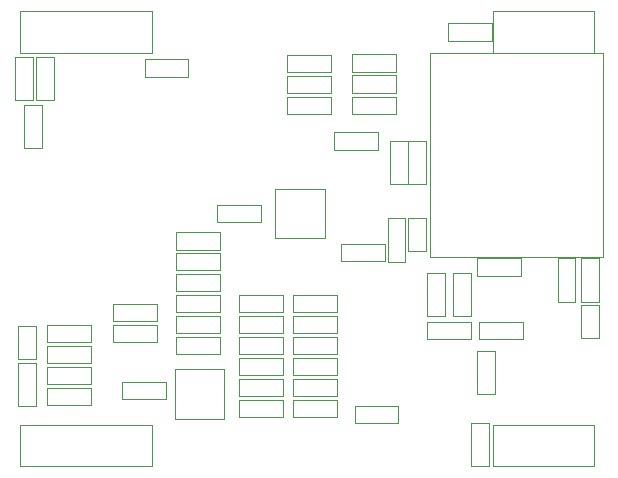
<source format=gbr>
G04 #@! TF.FileFunction,Other,User*
%FSLAX46Y46*%
G04 Gerber Fmt 4.6, Leading zero omitted, Abs format (unit mm)*
G04 Created by KiCad (PCBNEW 4.0.2+dfsg1-stable) date mån 26 dec 2016 15:24:11*
%MOMM*%
G01*
G04 APERTURE LIST*
%ADD10C,0.100000*%
%ADD11C,0.050000*%
G04 APERTURE END LIST*
D10*
D11*
X180078000Y-106519000D02*
X165478000Y-106519000D01*
X165478000Y-89269000D02*
X180078000Y-89269000D01*
X180078000Y-106519000D02*
X180078000Y-89269000D01*
X165478000Y-106519000D02*
X165478000Y-89269000D01*
X143823000Y-116060800D02*
X143823000Y-120260800D01*
X148023000Y-116060800D02*
X148023000Y-120260800D01*
X143823000Y-116060800D02*
X148023000Y-116060800D01*
X143823000Y-120260800D02*
X148023000Y-120260800D01*
X152332000Y-100770000D02*
X152332000Y-104970000D01*
X156532000Y-100770000D02*
X156532000Y-104970000D01*
X152332000Y-100770000D02*
X156532000Y-100770000D01*
X152332000Y-104970000D02*
X156532000Y-104970000D01*
X163588000Y-103248000D02*
X165088000Y-103248000D01*
X165088000Y-103248000D02*
X165088000Y-106048000D01*
X165088000Y-106048000D02*
X163588000Y-106048000D01*
X163588000Y-106048000D02*
X163588000Y-103248000D01*
X179750000Y-113400000D02*
X178250000Y-113400000D01*
X178250000Y-113400000D02*
X178250000Y-110600000D01*
X178250000Y-110600000D02*
X179750000Y-110600000D01*
X179750000Y-110600000D02*
X179750000Y-113400000D01*
X130568000Y-112392000D02*
X132068000Y-112392000D01*
X132068000Y-112392000D02*
X132068000Y-115192000D01*
X132068000Y-115192000D02*
X130568000Y-115192000D01*
X130568000Y-115192000D02*
X130568000Y-112392000D01*
X152980000Y-120130000D02*
X149280000Y-120130000D01*
X152980000Y-118630000D02*
X149280000Y-118630000D01*
X152980000Y-120130000D02*
X152980000Y-118630000D01*
X149280000Y-120130000D02*
X149280000Y-118630000D01*
X158881200Y-92976000D02*
X162581200Y-92976000D01*
X158881200Y-94476000D02*
X162581200Y-94476000D01*
X158881200Y-92976000D02*
X158881200Y-94476000D01*
X162581200Y-92976000D02*
X162581200Y-94476000D01*
X143946000Y-104456800D02*
X147646000Y-104456800D01*
X143946000Y-105956800D02*
X147646000Y-105956800D01*
X143946000Y-104456800D02*
X143946000Y-105956800D01*
X147646000Y-104456800D02*
X147646000Y-105956800D01*
X170930000Y-114482000D02*
X170930000Y-118182000D01*
X169430000Y-114482000D02*
X169430000Y-118182000D01*
X170930000Y-114482000D02*
X169430000Y-114482000D01*
X170930000Y-118182000D02*
X169430000Y-118182000D01*
X157306400Y-95973200D02*
X161006400Y-95973200D01*
X157306400Y-97473200D02*
X161006400Y-97473200D01*
X157306400Y-95973200D02*
X157306400Y-97473200D01*
X161006400Y-95973200D02*
X161006400Y-97473200D01*
X141279000Y-89801000D02*
X144979000Y-89801000D01*
X141279000Y-91301000D02*
X144979000Y-91301000D01*
X141279000Y-89801000D02*
X141279000Y-91301000D01*
X144979000Y-89801000D02*
X144979000Y-91301000D01*
X157552000Y-111240000D02*
X153852000Y-111240000D01*
X157552000Y-109740000D02*
X153852000Y-109740000D01*
X157552000Y-111240000D02*
X157552000Y-109740000D01*
X153852000Y-111240000D02*
X153852000Y-109740000D01*
X153344000Y-91198000D02*
X157044000Y-91198000D01*
X153344000Y-92698000D02*
X157044000Y-92698000D01*
X153344000Y-91198000D02*
X153344000Y-92698000D01*
X157044000Y-91198000D02*
X157044000Y-92698000D01*
X133592000Y-89590000D02*
X133592000Y-93290000D01*
X132092000Y-89590000D02*
X132092000Y-93290000D01*
X133592000Y-89590000D02*
X132092000Y-89590000D01*
X133592000Y-93290000D02*
X132092000Y-93290000D01*
X153852000Y-113296000D02*
X157552000Y-113296000D01*
X153852000Y-114796000D02*
X157552000Y-114796000D01*
X153852000Y-113296000D02*
X153852000Y-114796000D01*
X157552000Y-113296000D02*
X157552000Y-114796000D01*
X153852000Y-115074000D02*
X157552000Y-115074000D01*
X153852000Y-116574000D02*
X157552000Y-116574000D01*
X153852000Y-115074000D02*
X153852000Y-116574000D01*
X157552000Y-115074000D02*
X157552000Y-116574000D01*
X153852000Y-116852000D02*
X157552000Y-116852000D01*
X153852000Y-118352000D02*
X157552000Y-118352000D01*
X153852000Y-116852000D02*
X153852000Y-118352000D01*
X157552000Y-116852000D02*
X157552000Y-118352000D01*
X166958400Y-86778400D02*
X170658400Y-86778400D01*
X166958400Y-88278400D02*
X170658400Y-88278400D01*
X166958400Y-86778400D02*
X166958400Y-88278400D01*
X170658400Y-86778400D02*
X170658400Y-88278400D01*
X163588000Y-100402000D02*
X163588000Y-96702000D01*
X165088000Y-100402000D02*
X165088000Y-96702000D01*
X163588000Y-100402000D02*
X165088000Y-100402000D01*
X163588000Y-96702000D02*
X165088000Y-96702000D01*
X162064000Y-100402000D02*
X162064000Y-96702000D01*
X163564000Y-100402000D02*
X163564000Y-96702000D01*
X162064000Y-100402000D02*
X163564000Y-100402000D01*
X162064000Y-96702000D02*
X163564000Y-96702000D01*
X176250000Y-110350000D02*
X176250000Y-106650000D01*
X177750000Y-110350000D02*
X177750000Y-106650000D01*
X176250000Y-110350000D02*
X177750000Y-110350000D01*
X176250000Y-106650000D02*
X177750000Y-106650000D01*
X161616000Y-106922000D02*
X157916000Y-106922000D01*
X161616000Y-105422000D02*
X157916000Y-105422000D01*
X161616000Y-106922000D02*
X161616000Y-105422000D01*
X157916000Y-106922000D02*
X157916000Y-105422000D01*
X173300000Y-113526000D02*
X169600000Y-113526000D01*
X173300000Y-112026000D02*
X169600000Y-112026000D01*
X173300000Y-113526000D02*
X173300000Y-112026000D01*
X169600000Y-113526000D02*
X169600000Y-112026000D01*
X173147600Y-108141200D02*
X169447600Y-108141200D01*
X173147600Y-106641200D02*
X169447600Y-106641200D01*
X173147600Y-108141200D02*
X173147600Y-106641200D01*
X169447600Y-108141200D02*
X169447600Y-106641200D01*
X151100400Y-103620000D02*
X147400400Y-103620000D01*
X151100400Y-102120000D02*
X147400400Y-102120000D01*
X151100400Y-103620000D02*
X151100400Y-102120000D01*
X147400400Y-103620000D02*
X147400400Y-102120000D01*
X139374000Y-117106000D02*
X143074000Y-117106000D01*
X139374000Y-118606000D02*
X143074000Y-118606000D01*
X139374000Y-117106000D02*
X139374000Y-118606000D01*
X143074000Y-117106000D02*
X143074000Y-118606000D01*
X132068000Y-115498000D02*
X132068000Y-119198000D01*
X130568000Y-115498000D02*
X130568000Y-119198000D01*
X132068000Y-115498000D02*
X130568000Y-115498000D01*
X132068000Y-119198000D02*
X130568000Y-119198000D01*
X167398000Y-111578000D02*
X167398000Y-107878000D01*
X168898000Y-111578000D02*
X168898000Y-107878000D01*
X167398000Y-111578000D02*
X168898000Y-111578000D01*
X167398000Y-107878000D02*
X168898000Y-107878000D01*
X166713600Y-107878000D02*
X166713600Y-111578000D01*
X165213600Y-107878000D02*
X165213600Y-111578000D01*
X166713600Y-107878000D02*
X165213600Y-107878000D01*
X166713600Y-111578000D02*
X165213600Y-111578000D01*
X165231200Y-112026000D02*
X168931200Y-112026000D01*
X165231200Y-113526000D02*
X168931200Y-113526000D01*
X165231200Y-112026000D02*
X165231200Y-113526000D01*
X168931200Y-112026000D02*
X168931200Y-113526000D01*
X178250000Y-110350000D02*
X178250000Y-106650000D01*
X179750000Y-110350000D02*
X179750000Y-106650000D01*
X178250000Y-110350000D02*
X179750000Y-110350000D01*
X178250000Y-106650000D02*
X179750000Y-106650000D01*
X161860800Y-106955200D02*
X161860800Y-103255200D01*
X163360800Y-106955200D02*
X163360800Y-103255200D01*
X161860800Y-106955200D02*
X163360800Y-106955200D01*
X161860800Y-103255200D02*
X163360800Y-103255200D01*
X136724000Y-113780000D02*
X133024000Y-113780000D01*
X136724000Y-112280000D02*
X133024000Y-112280000D01*
X136724000Y-113780000D02*
X136724000Y-112280000D01*
X133024000Y-113780000D02*
X133024000Y-112280000D01*
X138612000Y-110502000D02*
X142312000Y-110502000D01*
X138612000Y-112002000D02*
X142312000Y-112002000D01*
X138612000Y-110502000D02*
X138612000Y-112002000D01*
X142312000Y-110502000D02*
X142312000Y-112002000D01*
X133024000Y-114058000D02*
X136724000Y-114058000D01*
X133024000Y-115558000D02*
X136724000Y-115558000D01*
X133024000Y-114058000D02*
X133024000Y-115558000D01*
X136724000Y-114058000D02*
X136724000Y-115558000D01*
X142312000Y-113780000D02*
X138612000Y-113780000D01*
X142312000Y-112280000D02*
X138612000Y-112280000D01*
X142312000Y-113780000D02*
X142312000Y-112280000D01*
X138612000Y-113780000D02*
X138612000Y-112280000D01*
X147646000Y-114796000D02*
X143946000Y-114796000D01*
X147646000Y-113296000D02*
X143946000Y-113296000D01*
X147646000Y-114796000D02*
X147646000Y-113296000D01*
X143946000Y-114796000D02*
X143946000Y-113296000D01*
X152980000Y-113018000D02*
X149280000Y-113018000D01*
X152980000Y-111518000D02*
X149280000Y-111518000D01*
X152980000Y-113018000D02*
X152980000Y-111518000D01*
X149280000Y-113018000D02*
X149280000Y-111518000D01*
X133024000Y-115836000D02*
X136724000Y-115836000D01*
X133024000Y-117336000D02*
X136724000Y-117336000D01*
X133024000Y-115836000D02*
X133024000Y-117336000D01*
X136724000Y-115836000D02*
X136724000Y-117336000D01*
X136724000Y-119114000D02*
X133024000Y-119114000D01*
X136724000Y-117614000D02*
X133024000Y-117614000D01*
X136724000Y-119114000D02*
X136724000Y-117614000D01*
X133024000Y-119114000D02*
X133024000Y-117614000D01*
X143946000Y-111518000D02*
X147646000Y-111518000D01*
X143946000Y-113018000D02*
X147646000Y-113018000D01*
X143946000Y-111518000D02*
X143946000Y-113018000D01*
X147646000Y-111518000D02*
X147646000Y-113018000D01*
X149280000Y-109740000D02*
X152980000Y-109740000D01*
X149280000Y-111240000D02*
X152980000Y-111240000D01*
X149280000Y-109740000D02*
X149280000Y-111240000D01*
X152980000Y-109740000D02*
X152980000Y-111240000D01*
X147646000Y-111240000D02*
X143946000Y-111240000D01*
X147646000Y-109740000D02*
X143946000Y-109740000D01*
X147646000Y-111240000D02*
X147646000Y-109740000D01*
X143946000Y-111240000D02*
X143946000Y-109740000D01*
X152980000Y-118352000D02*
X149280000Y-118352000D01*
X152980000Y-116852000D02*
X149280000Y-116852000D01*
X152980000Y-118352000D02*
X152980000Y-116852000D01*
X149280000Y-118352000D02*
X149280000Y-116852000D01*
X152980000Y-116574000D02*
X149280000Y-116574000D01*
X152980000Y-115074000D02*
X149280000Y-115074000D01*
X152980000Y-116574000D02*
X152980000Y-115074000D01*
X149280000Y-116574000D02*
X149280000Y-115074000D01*
X152980000Y-114796000D02*
X149280000Y-114796000D01*
X152980000Y-113296000D02*
X149280000Y-113296000D01*
X152980000Y-114796000D02*
X152980000Y-113296000D01*
X149280000Y-114796000D02*
X149280000Y-113296000D01*
X131814000Y-89590000D02*
X131814000Y-93290000D01*
X130314000Y-89590000D02*
X130314000Y-93290000D01*
X131814000Y-89590000D02*
X130314000Y-89590000D01*
X131814000Y-93290000D02*
X130314000Y-93290000D01*
X153344000Y-89420000D02*
X157044000Y-89420000D01*
X153344000Y-90920000D02*
X157044000Y-90920000D01*
X153344000Y-89420000D02*
X153344000Y-90920000D01*
X157044000Y-89420000D02*
X157044000Y-90920000D01*
X157552000Y-113018000D02*
X153852000Y-113018000D01*
X157552000Y-111518000D02*
X153852000Y-111518000D01*
X157552000Y-113018000D02*
X157552000Y-111518000D01*
X153852000Y-113018000D02*
X153852000Y-111518000D01*
X132576000Y-93654000D02*
X132576000Y-97354000D01*
X131076000Y-93654000D02*
X131076000Y-97354000D01*
X132576000Y-93654000D02*
X131076000Y-93654000D01*
X132576000Y-97354000D02*
X131076000Y-97354000D01*
X153344000Y-92976000D02*
X157044000Y-92976000D01*
X153344000Y-94476000D02*
X157044000Y-94476000D01*
X153344000Y-92976000D02*
X153344000Y-94476000D01*
X157044000Y-92976000D02*
X157044000Y-94476000D01*
X162759000Y-120638000D02*
X159059000Y-120638000D01*
X162759000Y-119138000D02*
X159059000Y-119138000D01*
X162759000Y-120638000D02*
X162759000Y-119138000D01*
X159059000Y-120638000D02*
X159059000Y-119138000D01*
X143946000Y-107962000D02*
X147646000Y-107962000D01*
X143946000Y-109462000D02*
X147646000Y-109462000D01*
X143946000Y-107962000D02*
X143946000Y-109462000D01*
X147646000Y-107962000D02*
X147646000Y-109462000D01*
X158881200Y-89369200D02*
X162581200Y-89369200D01*
X158881200Y-90869200D02*
X162581200Y-90869200D01*
X158881200Y-89369200D02*
X158881200Y-90869200D01*
X162581200Y-89369200D02*
X162581200Y-90869200D01*
X170422000Y-120578000D02*
X170422000Y-124278000D01*
X168922000Y-120578000D02*
X168922000Y-124278000D01*
X170422000Y-120578000D02*
X168922000Y-120578000D01*
X170422000Y-124278000D02*
X168922000Y-124278000D01*
X147646000Y-107684000D02*
X143946000Y-107684000D01*
X147646000Y-106184000D02*
X143946000Y-106184000D01*
X147646000Y-107684000D02*
X147646000Y-106184000D01*
X143946000Y-107684000D02*
X143946000Y-106184000D01*
X162581200Y-92647200D02*
X158881200Y-92647200D01*
X162581200Y-91147200D02*
X158881200Y-91147200D01*
X162581200Y-92647200D02*
X162581200Y-91147200D01*
X158881200Y-92647200D02*
X158881200Y-91147200D01*
X153852000Y-118630000D02*
X157552000Y-118630000D01*
X153852000Y-120130000D02*
X157552000Y-120130000D01*
X153852000Y-118630000D02*
X153852000Y-120130000D01*
X157552000Y-118630000D02*
X157552000Y-120130000D01*
X130750000Y-89250000D02*
X141900000Y-89250000D01*
X130750000Y-85750000D02*
X141900000Y-85750000D01*
X130750000Y-89250000D02*
X130750000Y-85750000D01*
X141900000Y-89250000D02*
X141900000Y-85750000D01*
X130750000Y-124250000D02*
X141900000Y-124250000D01*
X130750000Y-120750000D02*
X141900000Y-120750000D01*
X130750000Y-124250000D02*
X130750000Y-120750000D01*
X141900000Y-124250000D02*
X141900000Y-120750000D01*
X170750000Y-124250000D02*
X179350000Y-124250000D01*
X170750000Y-120750000D02*
X179350000Y-120750000D01*
X170750000Y-124250000D02*
X170750000Y-120750000D01*
X179350000Y-124250000D02*
X179350000Y-120750000D01*
X170750000Y-89250000D02*
X179350000Y-89250000D01*
X170750000Y-85750000D02*
X179350000Y-85750000D01*
X170750000Y-89250000D02*
X170750000Y-85750000D01*
X179350000Y-89250000D02*
X179350000Y-85750000D01*
M02*

</source>
